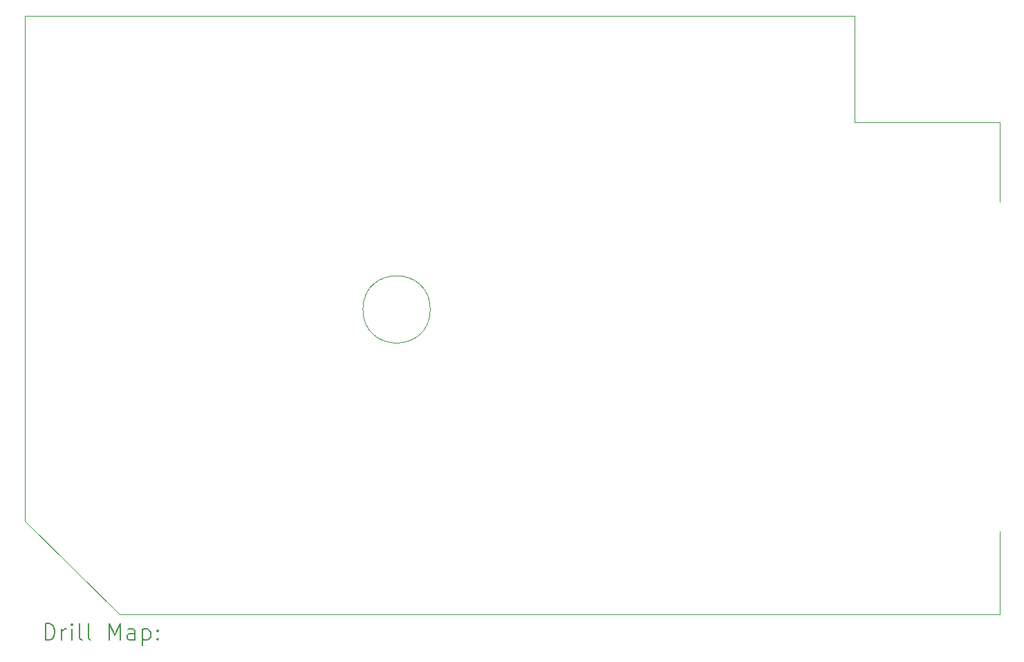
<source format=gbr>
%FSLAX45Y45*%
G04 Gerber Fmt 4.5, Leading zero omitted, Abs format (unit mm)*
G04 Created by KiCad (PCBNEW (6.0.0)) date 2022-11-09 00:48:39*
%MOMM*%
%LPD*%
G01*
G04 APERTURE LIST*
%TA.AperFunction,Profile*%
%ADD10C,0.100000*%
%TD*%
%ADD11C,0.200000*%
G04 APERTURE END LIST*
D10*
X18918500Y-9323430D02*
X18918500Y-8351430D01*
X11946500Y-10644930D02*
G75*
G03*
X11946500Y-10644930I-412500J0D01*
G01*
X18918500Y-8351430D02*
X17140500Y-8351430D01*
X17140500Y-8351430D02*
X17140500Y-7048430D01*
X18918500Y-13364570D02*
X18918500Y-14379570D01*
X6981500Y-7048430D02*
X6981500Y-13236430D01*
X8141500Y-14379570D02*
X6981500Y-13236430D01*
X18918500Y-14379570D02*
X8141500Y-14379570D01*
X17140500Y-7048430D02*
X6981500Y-7048430D01*
D11*
X7234119Y-14695046D02*
X7234119Y-14495046D01*
X7281738Y-14495046D01*
X7310309Y-14504570D01*
X7329357Y-14523618D01*
X7338881Y-14542665D01*
X7348405Y-14580760D01*
X7348405Y-14609332D01*
X7338881Y-14647427D01*
X7329357Y-14666475D01*
X7310309Y-14685522D01*
X7281738Y-14695046D01*
X7234119Y-14695046D01*
X7434119Y-14695046D02*
X7434119Y-14561713D01*
X7434119Y-14599808D02*
X7443643Y-14580760D01*
X7453167Y-14571237D01*
X7472214Y-14561713D01*
X7491262Y-14561713D01*
X7557928Y-14695046D02*
X7557928Y-14561713D01*
X7557928Y-14495046D02*
X7548405Y-14504570D01*
X7557928Y-14514094D01*
X7567452Y-14504570D01*
X7557928Y-14495046D01*
X7557928Y-14514094D01*
X7681738Y-14695046D02*
X7662690Y-14685522D01*
X7653167Y-14666475D01*
X7653167Y-14495046D01*
X7786500Y-14695046D02*
X7767452Y-14685522D01*
X7757928Y-14666475D01*
X7757928Y-14495046D01*
X8015071Y-14695046D02*
X8015071Y-14495046D01*
X8081738Y-14637903D01*
X8148405Y-14495046D01*
X8148405Y-14695046D01*
X8329357Y-14695046D02*
X8329357Y-14590284D01*
X8319833Y-14571237D01*
X8300786Y-14561713D01*
X8262690Y-14561713D01*
X8243643Y-14571237D01*
X8329357Y-14685522D02*
X8310309Y-14695046D01*
X8262690Y-14695046D01*
X8243643Y-14685522D01*
X8234119Y-14666475D01*
X8234119Y-14647427D01*
X8243643Y-14628379D01*
X8262690Y-14618856D01*
X8310309Y-14618856D01*
X8329357Y-14609332D01*
X8424595Y-14561713D02*
X8424595Y-14761713D01*
X8424595Y-14571237D02*
X8443643Y-14561713D01*
X8481738Y-14561713D01*
X8500786Y-14571237D01*
X8510310Y-14580760D01*
X8519833Y-14599808D01*
X8519833Y-14656951D01*
X8510310Y-14675998D01*
X8500786Y-14685522D01*
X8481738Y-14695046D01*
X8443643Y-14695046D01*
X8424595Y-14685522D01*
X8605548Y-14675998D02*
X8615071Y-14685522D01*
X8605548Y-14695046D01*
X8596024Y-14685522D01*
X8605548Y-14675998D01*
X8605548Y-14695046D01*
X8605548Y-14571237D02*
X8615071Y-14580760D01*
X8605548Y-14590284D01*
X8596024Y-14580760D01*
X8605548Y-14571237D01*
X8605548Y-14590284D01*
M02*

</source>
